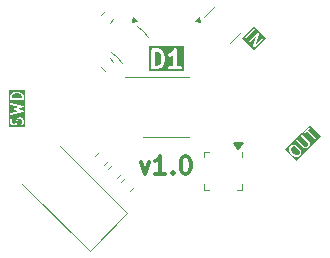
<source format=gbr>
%TF.GenerationSoftware,KiCad,Pcbnew,9.0.5*%
%TF.CreationDate,2025-12-02T23:56:59+01:00*%
%TF.ProjectId,D1,44312e6b-6963-4616-945f-706362585858,rev?*%
%TF.SameCoordinates,Original*%
%TF.FileFunction,Legend,Top*%
%TF.FilePolarity,Positive*%
%FSLAX46Y46*%
G04 Gerber Fmt 4.6, Leading zero omitted, Abs format (unit mm)*
G04 Created by KiCad (PCBNEW 9.0.5) date 2025-12-02 23:56:59*
%MOMM*%
%LPD*%
G01*
G04 APERTURE LIST*
%ADD10C,0.150000*%
%ADD11C,0.300000*%
%ADD12C,0.120000*%
G04 APERTURE END LIST*
D10*
X96100000Y-73600000D02*
X95700000Y-73100000D01*
X96500000Y-73100000D01*
X96100000Y-73600000D01*
G36*
X96100000Y-73600000D02*
G01*
X95700000Y-73100000D01*
X96500000Y-73100000D01*
X96100000Y-73600000D01*
G37*
G36*
X100979567Y-73433890D02*
G01*
X101202213Y-73656535D01*
X101287790Y-73799163D01*
X101287790Y-73900906D01*
X101263566Y-73973577D01*
X101153917Y-74083226D01*
X101081246Y-74107451D01*
X100979503Y-74107451D01*
X100836874Y-74021874D01*
X100614230Y-73799229D01*
X100528652Y-73656600D01*
X100528652Y-73554858D01*
X100552876Y-73482186D01*
X100662525Y-73372536D01*
X100735197Y-73348314D01*
X100836940Y-73348314D01*
X100979567Y-73433890D01*
G37*
G36*
X103106529Y-72499883D02*
G01*
X101026073Y-74580339D01*
X100055764Y-73610031D01*
X100123107Y-73542688D01*
X100378652Y-73542688D01*
X100378652Y-73677375D01*
X100380093Y-73692007D01*
X100382227Y-73697160D01*
X100383048Y-73702674D01*
X100389340Y-73715963D01*
X100490356Y-73884320D01*
X100491882Y-73886376D01*
X100492307Y-73887401D01*
X100495824Y-73891686D01*
X100499120Y-73896126D01*
X100500008Y-73896784D01*
X100501635Y-73898766D01*
X100737337Y-74134469D01*
X100739318Y-74136095D01*
X100739977Y-74136984D01*
X100744416Y-74140279D01*
X100748702Y-74143797D01*
X100749726Y-74144221D01*
X100751783Y-74145748D01*
X100920142Y-74246763D01*
X100933430Y-74253055D01*
X100938943Y-74253875D01*
X100944097Y-74256010D01*
X100958729Y-74257451D01*
X101093416Y-74257451D01*
X101100821Y-74256721D01*
X101102796Y-74256862D01*
X101105393Y-74256271D01*
X101108048Y-74256010D01*
X101109879Y-74255251D01*
X101117133Y-74253602D01*
X101218148Y-74219930D01*
X101231573Y-74213936D01*
X101233608Y-74212170D01*
X101236099Y-74211139D01*
X101247464Y-74201812D01*
X101382151Y-74067125D01*
X101391478Y-74055760D01*
X101392508Y-74053271D01*
X101394275Y-74051235D01*
X101400269Y-74037809D01*
X101433941Y-73936795D01*
X101435590Y-73929539D01*
X101436349Y-73927709D01*
X101436610Y-73925055D01*
X101437201Y-73922458D01*
X101437060Y-73920483D01*
X101437790Y-73913077D01*
X101437790Y-73778390D01*
X101436349Y-73763758D01*
X101434214Y-73758604D01*
X101433394Y-73753091D01*
X101427102Y-73739803D01*
X101326087Y-73571444D01*
X101324560Y-73569387D01*
X101324136Y-73568363D01*
X101320618Y-73564077D01*
X101317323Y-73559638D01*
X101316434Y-73558979D01*
X101314808Y-73556998D01*
X101079105Y-73321296D01*
X101077123Y-73319669D01*
X101076465Y-73318781D01*
X101072022Y-73315482D01*
X101067740Y-73311968D01*
X101066717Y-73311544D01*
X101064660Y-73310017D01*
X100896301Y-73209002D01*
X100883013Y-73202710D01*
X100877499Y-73201889D01*
X100872346Y-73199755D01*
X100857714Y-73198314D01*
X100723027Y-73198314D01*
X100715621Y-73199043D01*
X100713647Y-73198903D01*
X100711050Y-73199493D01*
X100708395Y-73199755D01*
X100706562Y-73200513D01*
X100699311Y-73202163D01*
X100598295Y-73235834D01*
X100584869Y-73241828D01*
X100582833Y-73243593D01*
X100580343Y-73244625D01*
X100568978Y-73253952D01*
X100434291Y-73388639D01*
X100424964Y-73400004D01*
X100423932Y-73402494D01*
X100422167Y-73404530D01*
X100416173Y-73417955D01*
X100382501Y-73518971D01*
X100380851Y-73526224D01*
X100380093Y-73528056D01*
X100379831Y-73530710D01*
X100379241Y-73533308D01*
X100379381Y-73535282D01*
X100378652Y-73542688D01*
X100123107Y-73542688D01*
X100844845Y-72820950D01*
X101019857Y-72820950D01*
X101019857Y-72850212D01*
X101031056Y-72877249D01*
X101040383Y-72888614D01*
X101612803Y-73461034D01*
X101624168Y-73470361D01*
X101626658Y-73471392D01*
X101628694Y-73473158D01*
X101642119Y-73479152D01*
X101743134Y-73512823D01*
X101750387Y-73514472D01*
X101752219Y-73515231D01*
X101754873Y-73515492D01*
X101757471Y-73516083D01*
X101759445Y-73515942D01*
X101766851Y-73516672D01*
X101834194Y-73516672D01*
X101841599Y-73515942D01*
X101843574Y-73516083D01*
X101846170Y-73515492D01*
X101848826Y-73515231D01*
X101850658Y-73514472D01*
X101857910Y-73512823D01*
X101958927Y-73479152D01*
X101972352Y-73473158D01*
X101974387Y-73471392D01*
X101976878Y-73470361D01*
X101988243Y-73461034D01*
X102122930Y-73326347D01*
X102132257Y-73314982D01*
X102133288Y-73312491D01*
X102135054Y-73310456D01*
X102141048Y-73297030D01*
X102174719Y-73196014D01*
X102176368Y-73188762D01*
X102177127Y-73186930D01*
X102177388Y-73184274D01*
X102177979Y-73181678D01*
X102177838Y-73179703D01*
X102178568Y-73172298D01*
X102178568Y-73104955D01*
X102177838Y-73097549D01*
X102177979Y-73095575D01*
X102177388Y-73092977D01*
X102177127Y-73090323D01*
X102176368Y-73088491D01*
X102174719Y-73081238D01*
X102141048Y-72980223D01*
X102135054Y-72966798D01*
X102133288Y-72964762D01*
X102132257Y-72962272D01*
X102122930Y-72950907D01*
X101550510Y-72378487D01*
X101539145Y-72369160D01*
X101512108Y-72357961D01*
X101482846Y-72357961D01*
X101455809Y-72369160D01*
X101435117Y-72389852D01*
X101423918Y-72416889D01*
X101423918Y-72446151D01*
X101435117Y-72473188D01*
X101444444Y-72484553D01*
X102004344Y-73044453D01*
X102028568Y-73117124D01*
X102028568Y-73160128D01*
X102004345Y-73232799D01*
X101894695Y-73342449D01*
X101822025Y-73366672D01*
X101779021Y-73366672D01*
X101706349Y-73342448D01*
X101146449Y-72782548D01*
X101135084Y-72773221D01*
X101108047Y-72762022D01*
X101078785Y-72762022D01*
X101051748Y-72773221D01*
X101031056Y-72793913D01*
X101019857Y-72820950D01*
X100844845Y-72820950D01*
X101484608Y-72181187D01*
X101659620Y-72181187D01*
X101659620Y-72210449D01*
X101670819Y-72237486D01*
X101691511Y-72258178D01*
X101718548Y-72269377D01*
X101747810Y-72269377D01*
X101774847Y-72258178D01*
X101786212Y-72248851D01*
X101935209Y-72099853D01*
X102589283Y-72753927D01*
X102600648Y-72763254D01*
X102627684Y-72774453D01*
X102656947Y-72774453D01*
X102683983Y-72763254D01*
X102704676Y-72742561D01*
X102715875Y-72715525D01*
X102715875Y-72686262D01*
X102704676Y-72659226D01*
X102695349Y-72647861D01*
X102041275Y-71993787D01*
X102190273Y-71844790D01*
X102199601Y-71833424D01*
X102210799Y-71806388D01*
X102210799Y-71777125D01*
X102199601Y-71750089D01*
X102178908Y-71729396D01*
X102151872Y-71718198D01*
X102122609Y-71718198D01*
X102095573Y-71729396D01*
X102084207Y-71738724D01*
X101680146Y-72142785D01*
X101670819Y-72154150D01*
X101659620Y-72181187D01*
X101484608Y-72181187D01*
X102136221Y-71529574D01*
X103106529Y-72499883D01*
G37*
G36*
X77590547Y-68907543D02*
G01*
X77667534Y-68946037D01*
X77741648Y-69020150D01*
X77779819Y-69134663D01*
X77779819Y-69285588D01*
X76929819Y-69285588D01*
X76929819Y-69134663D01*
X76967990Y-69020149D01*
X77042103Y-68946037D01*
X77119090Y-68907543D01*
X77292624Y-68864160D01*
X77417013Y-68864160D01*
X77590547Y-68907543D01*
G37*
G36*
X78040930Y-71689556D02*
G01*
X76668708Y-71689556D01*
X76668708Y-71074874D01*
X76779819Y-71074874D01*
X76779819Y-71312969D01*
X76781260Y-71327601D01*
X76782291Y-71330090D01*
X76782482Y-71332778D01*
X76787737Y-71346510D01*
X76835356Y-71441748D01*
X76839320Y-71448047D01*
X76840078Y-71449875D01*
X76841766Y-71451931D01*
X76843188Y-71454191D01*
X76844686Y-71455490D01*
X76849405Y-71461240D01*
X76897024Y-71508859D01*
X76902773Y-71513577D01*
X76904073Y-71515076D01*
X76906332Y-71516497D01*
X76908389Y-71518186D01*
X76910216Y-71518943D01*
X76916516Y-71522908D01*
X77011754Y-71570527D01*
X77025485Y-71575782D01*
X77028174Y-71575973D01*
X77030663Y-71577004D01*
X77045295Y-71578445D01*
X77140533Y-71578445D01*
X77155165Y-71577004D01*
X77157654Y-71575972D01*
X77160342Y-71575782D01*
X77174074Y-71570527D01*
X77269312Y-71522908D01*
X77275611Y-71518943D01*
X77277439Y-71518186D01*
X77279495Y-71516497D01*
X77281755Y-71515076D01*
X77283054Y-71513577D01*
X77288804Y-71508859D01*
X77336423Y-71461240D01*
X77341141Y-71455490D01*
X77342640Y-71454191D01*
X77344061Y-71451931D01*
X77345750Y-71449875D01*
X77346507Y-71448047D01*
X77350472Y-71441748D01*
X77398091Y-71346510D01*
X77398500Y-71345440D01*
X77398823Y-71345005D01*
X77401015Y-71338868D01*
X77403346Y-71332779D01*
X77403384Y-71332238D01*
X77403770Y-71331159D01*
X77449392Y-71148669D01*
X77487886Y-71071682D01*
X77518293Y-71041275D01*
X77586809Y-71007017D01*
X77646637Y-71007017D01*
X77715153Y-71041275D01*
X77745561Y-71071682D01*
X77779819Y-71140198D01*
X77779819Y-71348418D01*
X77736049Y-71479728D01*
X77732789Y-71494065D01*
X77734864Y-71523255D01*
X77747950Y-71549428D01*
X77770057Y-71568602D01*
X77797820Y-71577856D01*
X77827010Y-71575781D01*
X77853183Y-71562695D01*
X77872357Y-71540588D01*
X77878351Y-71527162D01*
X77925970Y-71384306D01*
X77927619Y-71377050D01*
X77928378Y-71375220D01*
X77928639Y-71372566D01*
X77929230Y-71369969D01*
X77929089Y-71367994D01*
X77929819Y-71360588D01*
X77929819Y-71122493D01*
X77928378Y-71107861D01*
X77927347Y-71105372D01*
X77927156Y-71102683D01*
X77921901Y-71088952D01*
X77874282Y-70993714D01*
X77870317Y-70987414D01*
X77869560Y-70985587D01*
X77867872Y-70983530D01*
X77866450Y-70981271D01*
X77864950Y-70979970D01*
X77860232Y-70974221D01*
X77812612Y-70926602D01*
X77806863Y-70921884D01*
X77805564Y-70920386D01*
X77803305Y-70918964D01*
X77801247Y-70917275D01*
X77799417Y-70916517D01*
X77793121Y-70912554D01*
X77697883Y-70864935D01*
X77684151Y-70859680D01*
X77681463Y-70859489D01*
X77678974Y-70858458D01*
X77664342Y-70857017D01*
X77569104Y-70857017D01*
X77554472Y-70858458D01*
X77551983Y-70859488D01*
X77549294Y-70859680D01*
X77535563Y-70864935D01*
X77440325Y-70912554D01*
X77434025Y-70916518D01*
X77432198Y-70917276D01*
X77430141Y-70918964D01*
X77427882Y-70920386D01*
X77426582Y-70921884D01*
X77420833Y-70926603D01*
X77373214Y-70974222D01*
X77368495Y-70979971D01*
X77366997Y-70981271D01*
X77365575Y-70983530D01*
X77363887Y-70985587D01*
X77363129Y-70987414D01*
X77359165Y-70993714D01*
X77311546Y-71088952D01*
X77311136Y-71090021D01*
X77310814Y-71090457D01*
X77308618Y-71096602D01*
X77306291Y-71102684D01*
X77306252Y-71103223D01*
X77305867Y-71104303D01*
X77260244Y-71286793D01*
X77221751Y-71363780D01*
X77191344Y-71394187D01*
X77122828Y-71428445D01*
X77063000Y-71428445D01*
X76994484Y-71394187D01*
X76964077Y-71363780D01*
X76929819Y-71295264D01*
X76929819Y-71087044D01*
X76973589Y-70955735D01*
X76976849Y-70941398D01*
X76974774Y-70912208D01*
X76961688Y-70886034D01*
X76939580Y-70866860D01*
X76911818Y-70857606D01*
X76882628Y-70859681D01*
X76856455Y-70872768D01*
X76837281Y-70894875D01*
X76831287Y-70908300D01*
X76783668Y-71051157D01*
X76782018Y-71058410D01*
X76781260Y-71060242D01*
X76780998Y-71062896D01*
X76780408Y-71065494D01*
X76780548Y-71067468D01*
X76779819Y-71074874D01*
X76668708Y-71074874D01*
X76668708Y-69738737D01*
X76779871Y-69738737D01*
X76784504Y-69767632D01*
X76799840Y-69792554D01*
X76823547Y-69809711D01*
X76837447Y-69814501D01*
X77548303Y-69983752D01*
X77121208Y-70097644D01*
X77117780Y-70098929D01*
X77116340Y-70099121D01*
X77114629Y-70100111D01*
X77107442Y-70102807D01*
X77099582Y-70108822D01*
X77091015Y-70113783D01*
X77088061Y-70117640D01*
X77084204Y-70120594D01*
X77079243Y-70129161D01*
X77073228Y-70137021D01*
X77071976Y-70141713D01*
X77069542Y-70145919D01*
X77068237Y-70155734D01*
X77065688Y-70165297D01*
X77066327Y-70170112D01*
X77065688Y-70174927D01*
X77068237Y-70184489D01*
X77069542Y-70194305D01*
X77071976Y-70198510D01*
X77073228Y-70203203D01*
X77079243Y-70211062D01*
X77084204Y-70219630D01*
X77088061Y-70222583D01*
X77091015Y-70226441D01*
X77099582Y-70231401D01*
X77107442Y-70237417D01*
X77114629Y-70240112D01*
X77116340Y-70241103D01*
X77117780Y-70241294D01*
X77121208Y-70242580D01*
X77548303Y-70356471D01*
X76837447Y-70525723D01*
X76823547Y-70530513D01*
X76799840Y-70547670D01*
X76784504Y-70572592D01*
X76779871Y-70601487D01*
X76786649Y-70629955D01*
X76803806Y-70653662D01*
X76828728Y-70668998D01*
X76857623Y-70673631D01*
X76872191Y-70671643D01*
X77872191Y-70433548D01*
X77877209Y-70431818D01*
X77879013Y-70431579D01*
X77880642Y-70430635D01*
X77886091Y-70428758D01*
X77894914Y-70422372D01*
X77904337Y-70416917D01*
X77906677Y-70413859D01*
X77909798Y-70411601D01*
X77915503Y-70402329D01*
X77922125Y-70393679D01*
X77923118Y-70389955D01*
X77925134Y-70386679D01*
X77926856Y-70375935D01*
X77929665Y-70365404D01*
X77929157Y-70361585D01*
X77929767Y-70357784D01*
X77927244Y-70347188D01*
X77925810Y-70336395D01*
X77923881Y-70333063D01*
X77922989Y-70329316D01*
X77916602Y-70320491D01*
X77911148Y-70311070D01*
X77908090Y-70308729D01*
X77905832Y-70305609D01*
X77896559Y-70299903D01*
X77887911Y-70293283D01*
X77882509Y-70291257D01*
X77880910Y-70290273D01*
X77879119Y-70289985D01*
X77874144Y-70288120D01*
X77431613Y-70170112D01*
X77874144Y-70052104D01*
X77879119Y-70050238D01*
X77880910Y-70049951D01*
X77882509Y-70048966D01*
X77887911Y-70046941D01*
X77896559Y-70040320D01*
X77905832Y-70034615D01*
X77908090Y-70031494D01*
X77911148Y-70029154D01*
X77916602Y-70019732D01*
X77922989Y-70010908D01*
X77923881Y-70007160D01*
X77925810Y-70003829D01*
X77927244Y-69993035D01*
X77929767Y-69982440D01*
X77929157Y-69978638D01*
X77929665Y-69974820D01*
X77926856Y-69964288D01*
X77925134Y-69953545D01*
X77923118Y-69950268D01*
X77922125Y-69946545D01*
X77915503Y-69937894D01*
X77909798Y-69928623D01*
X77906677Y-69926364D01*
X77904337Y-69923307D01*
X77894914Y-69917851D01*
X77886091Y-69911466D01*
X77880642Y-69909588D01*
X77879013Y-69908645D01*
X77877209Y-69908405D01*
X77872191Y-69906676D01*
X76872191Y-69668581D01*
X76857623Y-69666593D01*
X76828728Y-69671226D01*
X76803806Y-69686562D01*
X76786649Y-69710269D01*
X76779871Y-69738737D01*
X76668708Y-69738737D01*
X76668708Y-69122493D01*
X76779819Y-69122493D01*
X76779819Y-69360588D01*
X76781260Y-69375220D01*
X76792459Y-69402256D01*
X76813151Y-69422948D01*
X76840187Y-69434147D01*
X76854819Y-69435588D01*
X77854819Y-69435588D01*
X77869451Y-69434147D01*
X77896487Y-69422948D01*
X77917179Y-69402256D01*
X77928378Y-69375220D01*
X77929819Y-69360588D01*
X77929819Y-69122493D01*
X77929089Y-69115086D01*
X77929230Y-69113112D01*
X77928639Y-69110514D01*
X77928378Y-69107861D01*
X77927619Y-69106030D01*
X77925970Y-69098775D01*
X77878351Y-68955919D01*
X77872357Y-68942493D01*
X77870592Y-68940458D01*
X77869561Y-68937968D01*
X77860233Y-68926603D01*
X77764994Y-68831365D01*
X77759244Y-68826646D01*
X77757945Y-68825148D01*
X77755686Y-68823726D01*
X77753628Y-68822037D01*
X77751798Y-68821279D01*
X77745502Y-68817316D01*
X77650264Y-68769697D01*
X77649194Y-68769287D01*
X77648759Y-68768965D01*
X77642613Y-68766769D01*
X77636532Y-68764442D01*
X77635992Y-68764403D01*
X77634913Y-68764018D01*
X77444437Y-68716399D01*
X77441900Y-68716023D01*
X77440879Y-68715601D01*
X77435366Y-68715058D01*
X77429893Y-68714249D01*
X77428800Y-68714411D01*
X77426247Y-68714160D01*
X77283390Y-68714160D01*
X77280836Y-68714411D01*
X77279744Y-68714249D01*
X77274270Y-68715058D01*
X77268758Y-68715601D01*
X77267736Y-68716023D01*
X77265200Y-68716399D01*
X77074724Y-68764018D01*
X77073644Y-68764403D01*
X77073104Y-68764442D01*
X77067014Y-68766772D01*
X77060878Y-68768965D01*
X77060442Y-68769287D01*
X77059373Y-68769697D01*
X76964135Y-68817316D01*
X76957840Y-68821278D01*
X76956008Y-68822037D01*
X76953946Y-68823728D01*
X76951692Y-68825148D01*
X76950393Y-68826644D01*
X76944643Y-68831365D01*
X76849405Y-68926603D01*
X76840078Y-68937968D01*
X76839046Y-68940458D01*
X76837281Y-68942494D01*
X76831287Y-68955919D01*
X76783668Y-69098776D01*
X76782018Y-69106029D01*
X76781260Y-69107861D01*
X76780998Y-69110515D01*
X76780408Y-69113113D01*
X76780548Y-69115087D01*
X76779819Y-69122493D01*
X76668708Y-69122493D01*
X76668708Y-68603049D01*
X78040930Y-68603049D01*
X78040930Y-71689556D01*
G37*
G36*
X98427489Y-64193545D02*
G01*
X97457440Y-65163593D01*
X96775677Y-64481830D01*
X96979691Y-64481830D01*
X96979691Y-64511092D01*
X96990890Y-64538129D01*
X97011582Y-64558821D01*
X97038619Y-64570020D01*
X97067881Y-64570020D01*
X97094918Y-64558821D01*
X97106283Y-64549494D01*
X97613691Y-64042085D01*
X97384954Y-64880788D01*
X97384321Y-64884516D01*
X97383752Y-64885891D01*
X97383752Y-64887871D01*
X97382494Y-64895284D01*
X97383752Y-64905178D01*
X97383752Y-64915153D01*
X97385581Y-64919570D01*
X97386185Y-64924314D01*
X97391134Y-64932975D01*
X97394951Y-64942190D01*
X97398331Y-64945570D01*
X97400703Y-64949721D01*
X97408589Y-64955828D01*
X97415643Y-64962882D01*
X97420059Y-64964711D01*
X97423840Y-64967639D01*
X97433464Y-64970263D01*
X97442680Y-64974081D01*
X97447460Y-64974081D01*
X97452073Y-64975339D01*
X97461967Y-64974081D01*
X97471942Y-64974081D01*
X97476359Y-64972251D01*
X97481103Y-64971648D01*
X97489764Y-64966698D01*
X97498979Y-64962882D01*
X97504790Y-64958112D01*
X97506510Y-64957130D01*
X97507420Y-64955954D01*
X97510344Y-64953555D01*
X98217451Y-64246448D01*
X98226778Y-64235083D01*
X98237977Y-64208047D01*
X98237977Y-64178784D01*
X98226778Y-64151748D01*
X98206085Y-64131055D01*
X98179049Y-64119856D01*
X98149786Y-64119856D01*
X98122750Y-64131055D01*
X98111385Y-64140382D01*
X97603976Y-64647790D01*
X97832714Y-63809088D01*
X97833346Y-63805360D01*
X97833916Y-63803986D01*
X97833916Y-63802005D01*
X97835174Y-63794593D01*
X97833916Y-63784698D01*
X97833916Y-63774723D01*
X97832085Y-63770304D01*
X97831483Y-63765563D01*
X97826533Y-63756901D01*
X97822717Y-63747687D01*
X97819338Y-63744308D01*
X97816965Y-63740155D01*
X97809073Y-63734043D01*
X97802024Y-63726994D01*
X97797609Y-63725165D01*
X97793828Y-63722237D01*
X97784202Y-63719611D01*
X97774988Y-63715795D01*
X97770208Y-63715795D01*
X97765595Y-63714537D01*
X97755701Y-63715795D01*
X97745725Y-63715795D01*
X97741306Y-63717625D01*
X97736565Y-63718228D01*
X97727907Y-63723175D01*
X97718689Y-63726994D01*
X97712873Y-63731766D01*
X97711158Y-63732747D01*
X97710249Y-63733920D01*
X97707324Y-63736321D01*
X97000217Y-64443428D01*
X96990890Y-64454793D01*
X96979691Y-64481830D01*
X96775677Y-64481830D01*
X96453462Y-64159615D01*
X96467964Y-64145113D01*
X96642974Y-64145113D01*
X96642974Y-64174375D01*
X96654173Y-64201412D01*
X96674865Y-64222104D01*
X96701902Y-64233303D01*
X96731164Y-64233303D01*
X96758201Y-64222104D01*
X96769566Y-64212777D01*
X97476673Y-63505670D01*
X97486000Y-63494305D01*
X97497199Y-63467269D01*
X97497199Y-63438006D01*
X97486000Y-63410970D01*
X97465307Y-63390277D01*
X97438271Y-63379078D01*
X97409008Y-63379078D01*
X97381972Y-63390277D01*
X97370607Y-63399604D01*
X96663500Y-64106711D01*
X96654173Y-64118076D01*
X96642974Y-64145113D01*
X96467964Y-64145113D01*
X97423510Y-63189566D01*
X98427489Y-64193545D01*
G37*
D11*
G36*
X89383258Y-65380861D02*
G01*
X89483865Y-65481468D01*
X89537044Y-65587827D01*
X89600000Y-65839648D01*
X89600000Y-66017007D01*
X89537044Y-66268828D01*
X89483865Y-66375188D01*
X89383259Y-66475794D01*
X89225657Y-66528328D01*
X89042857Y-66528328D01*
X89042857Y-65328328D01*
X89225660Y-65328328D01*
X89383258Y-65380861D01*
G37*
G36*
X91492357Y-66994995D02*
G01*
X88576190Y-66994995D01*
X88576190Y-65178328D01*
X88742857Y-65178328D01*
X88742857Y-66678328D01*
X88745739Y-66707592D01*
X88768137Y-66761664D01*
X88809521Y-66803048D01*
X88863593Y-66825446D01*
X88892857Y-66828328D01*
X89250000Y-66828328D01*
X89264805Y-66826869D01*
X89268760Y-66827151D01*
X89273961Y-66825968D01*
X89279264Y-66825446D01*
X89282921Y-66823930D01*
X89297434Y-66820631D01*
X89511720Y-66749203D01*
X89538571Y-66737215D01*
X89542642Y-66733683D01*
X89547622Y-66731621D01*
X89570352Y-66712966D01*
X89713209Y-66570108D01*
X89722647Y-66558606D01*
X89725642Y-66556010D01*
X89728482Y-66551496D01*
X89731864Y-66547377D01*
X89733379Y-66543717D01*
X89741307Y-66531124D01*
X89812736Y-66388268D01*
X89813555Y-66386125D01*
X89814200Y-66385256D01*
X89818584Y-66372984D01*
X89823245Y-66360804D01*
X89823321Y-66359723D01*
X89824093Y-66357565D01*
X89895521Y-66071851D01*
X89896270Y-66066779D01*
X89897118Y-66064735D01*
X89898203Y-66053712D01*
X89899823Y-66042762D01*
X89899497Y-66040574D01*
X89900000Y-66035471D01*
X89900000Y-65821185D01*
X89899497Y-65816081D01*
X89899823Y-65813894D01*
X89898203Y-65802943D01*
X89897118Y-65791921D01*
X89896270Y-65789876D01*
X89895521Y-65784805D01*
X89846355Y-65588139D01*
X90172607Y-65588139D01*
X90176756Y-65646519D01*
X90202930Y-65698868D01*
X90247145Y-65737215D01*
X90302668Y-65755722D01*
X90361048Y-65751573D01*
X90388511Y-65741064D01*
X90531368Y-65669635D01*
X90543961Y-65661707D01*
X90547621Y-65660192D01*
X90551740Y-65656810D01*
X90556254Y-65653970D01*
X90558850Y-65650976D01*
X90570352Y-65641537D01*
X90600000Y-65611889D01*
X90600000Y-66528328D01*
X90321429Y-66528328D01*
X90292165Y-66531210D01*
X90238093Y-66553608D01*
X90196709Y-66594992D01*
X90174311Y-66649064D01*
X90174311Y-66707592D01*
X90196709Y-66761664D01*
X90238093Y-66803048D01*
X90292165Y-66825446D01*
X90321429Y-66828328D01*
X91178572Y-66828328D01*
X91207836Y-66825446D01*
X91261908Y-66803048D01*
X91303292Y-66761664D01*
X91325690Y-66707592D01*
X91325690Y-66649064D01*
X91303292Y-66594992D01*
X91261908Y-66553608D01*
X91207836Y-66531210D01*
X91178572Y-66528328D01*
X90900000Y-66528328D01*
X90900000Y-65178328D01*
X90899989Y-65178222D01*
X90900000Y-65178170D01*
X90899969Y-65178016D01*
X90897118Y-65149064D01*
X90891434Y-65135343D01*
X90888522Y-65120781D01*
X90880343Y-65108568D01*
X90874720Y-65094992D01*
X90864221Y-65084493D01*
X90855956Y-65072151D01*
X90843725Y-65063997D01*
X90833336Y-65053608D01*
X90819617Y-65047925D01*
X90807257Y-65039685D01*
X90792838Y-65036832D01*
X90779264Y-65031210D01*
X90764413Y-65031210D01*
X90749843Y-65028328D01*
X90735433Y-65031210D01*
X90720736Y-65031210D01*
X90707014Y-65036893D01*
X90692453Y-65039806D01*
X90680240Y-65047984D01*
X90666664Y-65053608D01*
X90656165Y-65064106D01*
X90643823Y-65072372D01*
X90625391Y-65094880D01*
X90625280Y-65094992D01*
X90625259Y-65095042D01*
X90625193Y-65095123D01*
X90490573Y-65297051D01*
X90375432Y-65412192D01*
X90254347Y-65472736D01*
X90229461Y-65488401D01*
X90191114Y-65532616D01*
X90172607Y-65588139D01*
X89846355Y-65588139D01*
X89824093Y-65499091D01*
X89823321Y-65496932D01*
X89823245Y-65495852D01*
X89818584Y-65483671D01*
X89814200Y-65471400D01*
X89813555Y-65470530D01*
X89812736Y-65468388D01*
X89741307Y-65325532D01*
X89733380Y-65312940D01*
X89731864Y-65309278D01*
X89728480Y-65305155D01*
X89725642Y-65300646D01*
X89722649Y-65298050D01*
X89713209Y-65286548D01*
X89570352Y-65143691D01*
X89547621Y-65125036D01*
X89542641Y-65122973D01*
X89538571Y-65119443D01*
X89511720Y-65107454D01*
X89297434Y-65036026D01*
X89282926Y-65032727D01*
X89279264Y-65031210D01*
X89273955Y-65030687D01*
X89268761Y-65029506D01*
X89264811Y-65029786D01*
X89250000Y-65028328D01*
X88892857Y-65028328D01*
X88863593Y-65031210D01*
X88809521Y-65053608D01*
X88768137Y-65094992D01*
X88745739Y-65149064D01*
X88742857Y-65178328D01*
X88576190Y-65178328D01*
X88576190Y-64861661D01*
X91492357Y-64861661D01*
X91492357Y-66994995D01*
G37*
X87857143Y-74678328D02*
X88214286Y-75678328D01*
X88214286Y-75678328D02*
X88571429Y-74678328D01*
X89928572Y-75678328D02*
X89071429Y-75678328D01*
X89500000Y-75678328D02*
X89500000Y-74178328D01*
X89500000Y-74178328D02*
X89357143Y-74392614D01*
X89357143Y-74392614D02*
X89214286Y-74535471D01*
X89214286Y-74535471D02*
X89071429Y-74606900D01*
X90571428Y-75535471D02*
X90642857Y-75606900D01*
X90642857Y-75606900D02*
X90571428Y-75678328D01*
X90571428Y-75678328D02*
X90500000Y-75606900D01*
X90500000Y-75606900D02*
X90571428Y-75535471D01*
X90571428Y-75535471D02*
X90571428Y-75678328D01*
X91571429Y-74178328D02*
X91714286Y-74178328D01*
X91714286Y-74178328D02*
X91857143Y-74249757D01*
X91857143Y-74249757D02*
X91928572Y-74321185D01*
X91928572Y-74321185D02*
X92000000Y-74464042D01*
X92000000Y-74464042D02*
X92071429Y-74749757D01*
X92071429Y-74749757D02*
X92071429Y-75106900D01*
X92071429Y-75106900D02*
X92000000Y-75392614D01*
X92000000Y-75392614D02*
X91928572Y-75535471D01*
X91928572Y-75535471D02*
X91857143Y-75606900D01*
X91857143Y-75606900D02*
X91714286Y-75678328D01*
X91714286Y-75678328D02*
X91571429Y-75678328D01*
X91571429Y-75678328D02*
X91428572Y-75606900D01*
X91428572Y-75606900D02*
X91357143Y-75535471D01*
X91357143Y-75535471D02*
X91285714Y-75392614D01*
X91285714Y-75392614D02*
X91214286Y-75106900D01*
X91214286Y-75106900D02*
X91214286Y-74749757D01*
X91214286Y-74749757D02*
X91285714Y-74464042D01*
X91285714Y-74464042D02*
X91357143Y-74321185D01*
X91357143Y-74321185D02*
X91428572Y-74249757D01*
X91428572Y-74249757D02*
X91571429Y-74178328D01*
D12*
%TO.C,R5*%
X84298303Y-73862770D02*
X83962770Y-74198303D01*
X85037230Y-74601697D02*
X84701697Y-74937230D01*
%TO.C,Q2*%
X93646913Y-61946913D02*
X93187294Y-62406533D01*
X93646913Y-61946913D02*
X94106533Y-61487294D01*
X95853087Y-64153087D02*
X95393467Y-64612706D01*
X95853087Y-64153087D02*
X96312706Y-63693467D01*
X92860257Y-62804280D02*
X92457206Y-62740641D01*
X92796618Y-62401230D01*
X92860257Y-62804280D01*
G36*
X92860257Y-62804280D02*
G01*
X92457206Y-62740641D01*
X92796618Y-62401230D01*
X92860257Y-62804280D01*
G37*
%TO.C,R1*%
X84798303Y-61862770D02*
X84462770Y-62198303D01*
X85537230Y-62601697D02*
X85201697Y-62937230D01*
%TO.C,C5*%
X77820999Y-76517122D02*
X83523815Y-82219938D01*
X83523815Y-82219938D02*
X86719938Y-79023815D01*
X86719938Y-79023815D02*
X81017122Y-73320999D01*
%TO.C,R6*%
X85398303Y-74962770D02*
X85062770Y-75298303D01*
X86137230Y-75701697D02*
X85801697Y-76037230D01*
%TO.C,U3*%
X93190000Y-73790000D02*
X93640000Y-73790000D01*
X93190000Y-74240000D02*
X93190000Y-73790000D01*
X93190000Y-76560000D02*
X93190000Y-77010000D01*
X93190000Y-77010000D02*
X93640000Y-77010000D01*
X96410000Y-74240000D02*
X96410000Y-73790000D01*
X96410000Y-76560000D02*
X96410000Y-77010000D01*
X96410000Y-77010000D02*
X95960000Y-77010000D01*
%TO.C,Q1*%
X85796913Y-65803087D02*
X85337294Y-65343467D01*
X85796913Y-65803087D02*
X86256533Y-66262706D01*
X88003087Y-63596913D02*
X87543467Y-63137294D01*
X88003087Y-63596913D02*
X88462706Y-64056533D01*
X87548770Y-62746618D02*
X87145720Y-62810257D01*
X87209359Y-62407206D01*
X87548770Y-62746618D01*
G36*
X87548770Y-62746618D02*
G01*
X87145720Y-62810257D01*
X87209359Y-62407206D01*
X87548770Y-62746618D01*
G37*
%TO.C,R4*%
X84462770Y-66601697D02*
X84798303Y-66937230D01*
X85201697Y-65862770D02*
X85537230Y-66198303D01*
%TO.C,R7*%
X86498303Y-76062770D02*
X86162770Y-76398303D01*
X87237230Y-76801697D02*
X86901697Y-77137230D01*
%TO.C,U2*%
X90000000Y-67440000D02*
X86550000Y-67440000D01*
X90000000Y-67440000D02*
X91950000Y-67440000D01*
X90000000Y-72560000D02*
X88050000Y-72560000D01*
X90000000Y-72560000D02*
X91950000Y-72560000D01*
%TD*%
M02*

</source>
